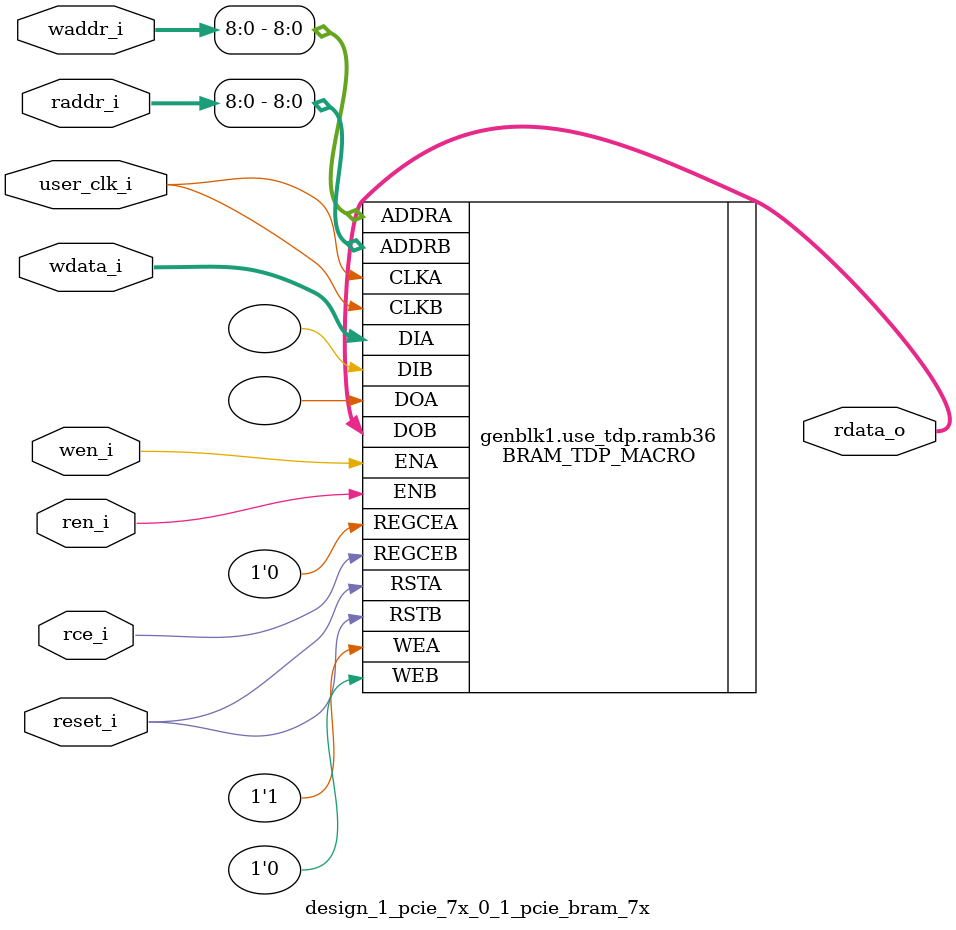
<source format=v>

`timescale 1ps/1ps

(* DowngradeIPIdentifiedWarnings = "yes" *)
module design_1_pcie_7x_0_1_pcie_bram_7x
  #(
    parameter [3:0]  LINK_CAP_MAX_LINK_SPEED = 4'h1,        // PCIe Link Speed : 1 - 2.5 GT/s; 2 - 5.0 GT/s
    parameter [5:0]  LINK_CAP_MAX_LINK_WIDTH = 6'h08,       // PCIe Link Width : 1 / 2 / 4 / 8
    parameter IMPL_TARGET = "HARD",                         // the implementation target : HARD, SOFT
    parameter DOB_REG = 0,                                  // 1 - use the output register;
                                                            // 0 - don't use the output register
    parameter WIDTH = 0                                     // supported WIDTH's : 4, 9, 18, 36 - uses RAMB36
                                                            //                     72 - uses RAMB36SDP
    )
    (
     input               user_clk_i,// user clock
     input               reset_i,   // bram reset

     input               wen_i,     // write enable
     input [12:0]        waddr_i,   // write address
     input [WIDTH - 1:0] wdata_i,   // write data

     input               ren_i,     // read enable
     input               rce_i,     // output register clock enable
     input [12:0]        raddr_i,   // read address

     output [WIDTH - 1:0] rdata_o   // read data
     );

   // map the address bits
   localparam ADDR_MSB = ((WIDTH == 4)  ? 12 :
                          (WIDTH == 9)  ? 11 :
                          (WIDTH == 18) ? 10 :
                          (WIDTH == 36) ?  9 :
                                           8
                          );

   // set the width of the tied off low address bits
   localparam ADDR_LO_BITS = ((WIDTH == 4)  ? 2 :
                              (WIDTH == 9)  ? 3 :
                              (WIDTH == 18) ? 4 :
                              (WIDTH == 36) ? 5 :
                                              0 // for WIDTH 72 use RAMB36SDP
                              );

   // map the data bits
   localparam D_MSB =  ((WIDTH == 4)  ?  3 :
                        (WIDTH == 9)  ?  7 :
                        (WIDTH == 18) ? 15 :
                        (WIDTH == 36) ? 31 :
                                        63
                        );

   // map the data parity bits
   localparam DP_LSB =  D_MSB + 1;

   localparam DP_MSB =  ((WIDTH == 4)  ? 4 :
                         (WIDTH == 9)  ? 8 :
                         (WIDTH == 18) ? 17 :
                         (WIDTH == 36) ? 35 :
                                         71
                        );

   localparam DPW = DP_MSB - DP_LSB + 1;
   localparam WRITE_MODE = ((WIDTH == 72) && (!((LINK_CAP_MAX_LINK_SPEED == 4'h2) && (LINK_CAP_MAX_LINK_WIDTH == 6'h08)))) ? "WRITE_FIRST" :
                           ((LINK_CAP_MAX_LINK_SPEED == 4'h2) && (LINK_CAP_MAX_LINK_WIDTH == 6'h08)) ? "WRITE_FIRST" : "NO_CHANGE";

   localparam DEVICE = (IMPL_TARGET == "HARD") ? "7SERIES" : "VIRTEX6";
   localparam BRAM_SIZE = "36Kb";

   localparam WE_WIDTH =(DEVICE == "VIRTEX5" || DEVICE == "VIRTEX6" || DEVICE == "7SERIES") ?
                            ((WIDTH <= 9) ? 1 :
                             (WIDTH > 9 && WIDTH <= 18) ? 2 :
                             (WIDTH > 18 && WIDTH <= 36) ? 4 :
                             (WIDTH > 36 && WIDTH <= 72) ? 8 :
                             (BRAM_SIZE == "18Kb") ? 4 : 8 ) : 8;

   //synthesis translate_off
   initial begin
      //$display("[%t] %m DOB_REG %0d WIDTH %0d ADDR_MSB %0d ADDR_LO_BITS %0d DP_MSB %0d DP_LSB %0d D_MSB %0d",
      //          $time, DOB_REG,   WIDTH,    ADDR_MSB,    ADDR_LO_BITS,    DP_MSB,    DP_LSB,    D_MSB);

      case (WIDTH)
        4,9,18,36,72:;
        default:
          begin
             $display("[%t] %m Error WIDTH %0d not supported", $time, WIDTH);
             $finish;
          end
      endcase // case (WIDTH)
   end
   //synthesis translate_on

   generate
   if ((LINK_CAP_MAX_LINK_WIDTH == 6'h08 && LINK_CAP_MAX_LINK_SPEED == 4'h2) || (WIDTH == 72)) begin : use_sdp
        BRAM_SDP_MACRO #(
               .DEVICE        (DEVICE),
               .BRAM_SIZE     (BRAM_SIZE),
               .DO_REG        (DOB_REG),
               .READ_WIDTH    (WIDTH),
               .WRITE_WIDTH   (WIDTH),
               .WRITE_MODE    (WRITE_MODE)
               )
        ramb36sdp(
               .DO             (rdata_o[WIDTH-1:0]),
               .DI             (wdata_i[WIDTH-1:0]),
               .RDADDR         (raddr_i[ADDR_MSB:0]),
               .RDCLK          (user_clk_i),
               .RDEN           (ren_i),
               .REGCE          (rce_i),
               .RST            (reset_i),
               .WE             ({WE_WIDTH{1'b1}}),
               .WRADDR         (waddr_i[ADDR_MSB:0]),
               .WRCLK          (user_clk_i),
               .WREN           (wen_i)
               );

    end  // block: use_sdp
    else if (WIDTH <= 36) begin : use_tdp
    // use RAMB36's if the width is 4, 9, 18, or 36
        BRAM_TDP_MACRO #(
               .DEVICE        (DEVICE),
               .BRAM_SIZE     (BRAM_SIZE),
               .DOA_REG       (0),
               .DOB_REG       (DOB_REG),
               .READ_WIDTH_A  (WIDTH),
               .READ_WIDTH_B  (WIDTH),
               .WRITE_WIDTH_A (WIDTH),
               .WRITE_WIDTH_B (WIDTH),
               .WRITE_MODE_A  (WRITE_MODE)
               )
        ramb36(
               .DOA            (),
               .DOB            (rdata_o[WIDTH-1:0]),
               .ADDRA          (waddr_i[ADDR_MSB:0]),
               .ADDRB          (raddr_i[ADDR_MSB:0]),
               .CLKA           (user_clk_i),
               .CLKB           (user_clk_i),
               .DIA            (wdata_i[WIDTH-1:0]),
               .DIB            ({WIDTH{1'b0}}),
               .ENA            (wen_i),
               .ENB            (ren_i),
               .REGCEA         (1'b0),
               .REGCEB         (rce_i),
               .RSTA           (reset_i),
               .RSTB           (reset_i),
               .WEA            ({WE_WIDTH{1'b1}}),
               .WEB            ({WE_WIDTH{1'b0}})
               );
   end // block: use_tdp
   endgenerate

endmodule // pcie_bram_7x


</source>
